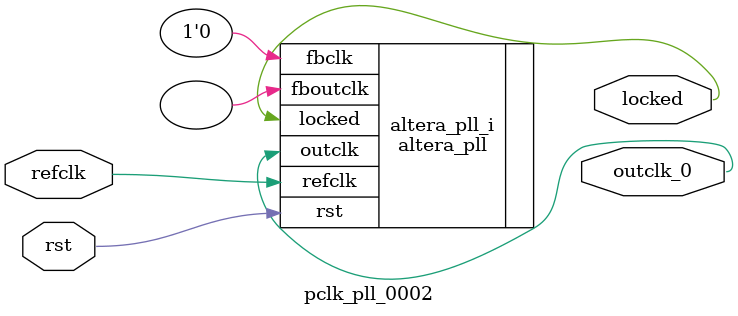
<source format=v>
`timescale 1ns/10ps
module  pclk_pll_0002(

	// interface 'refclk'
	input wire refclk,

	// interface 'reset'
	input wire rst,

	// interface 'outclk0'
	output wire outclk_0,

	// interface 'locked'
	output wire locked
);

	altera_pll #(
		.fractional_vco_multiplier("false"),
		.reference_clock_frequency("37.5 MHz"),
		.operation_mode("direct"),
		.number_of_clocks(1),
		.output_clock_frequency0("75.000000 MHz"),
		.phase_shift0("6667 ps"),
		.duty_cycle0(50),
		.output_clock_frequency1("0 MHz"),
		.phase_shift1("0 ps"),
		.duty_cycle1(50),
		.output_clock_frequency2("0 MHz"),
		.phase_shift2("0 ps"),
		.duty_cycle2(50),
		.output_clock_frequency3("0 MHz"),
		.phase_shift3("0 ps"),
		.duty_cycle3(50),
		.output_clock_frequency4("0 MHz"),
		.phase_shift4("0 ps"),
		.duty_cycle4(50),
		.output_clock_frequency5("0 MHz"),
		.phase_shift5("0 ps"),
		.duty_cycle5(50),
		.output_clock_frequency6("0 MHz"),
		.phase_shift6("0 ps"),
		.duty_cycle6(50),
		.output_clock_frequency7("0 MHz"),
		.phase_shift7("0 ps"),
		.duty_cycle7(50),
		.output_clock_frequency8("0 MHz"),
		.phase_shift8("0 ps"),
		.duty_cycle8(50),
		.output_clock_frequency9("0 MHz"),
		.phase_shift9("0 ps"),
		.duty_cycle9(50),
		.output_clock_frequency10("0 MHz"),
		.phase_shift10("0 ps"),
		.duty_cycle10(50),
		.output_clock_frequency11("0 MHz"),
		.phase_shift11("0 ps"),
		.duty_cycle11(50),
		.output_clock_frequency12("0 MHz"),
		.phase_shift12("0 ps"),
		.duty_cycle12(50),
		.output_clock_frequency13("0 MHz"),
		.phase_shift13("0 ps"),
		.duty_cycle13(50),
		.output_clock_frequency14("0 MHz"),
		.phase_shift14("0 ps"),
		.duty_cycle14(50),
		.output_clock_frequency15("0 MHz"),
		.phase_shift15("0 ps"),
		.duty_cycle15(50),
		.output_clock_frequency16("0 MHz"),
		.phase_shift16("0 ps"),
		.duty_cycle16(50),
		.output_clock_frequency17("0 MHz"),
		.phase_shift17("0 ps"),
		.duty_cycle17(50),
		.pll_type("General"),
		.pll_subtype("General")
	) altera_pll_i (
		.rst	(rst),
		.outclk	({outclk_0}),
		.locked	(locked),
		.fboutclk	( ),
		.fbclk	(1'b0),
		.refclk	(refclk)
	);
endmodule


</source>
